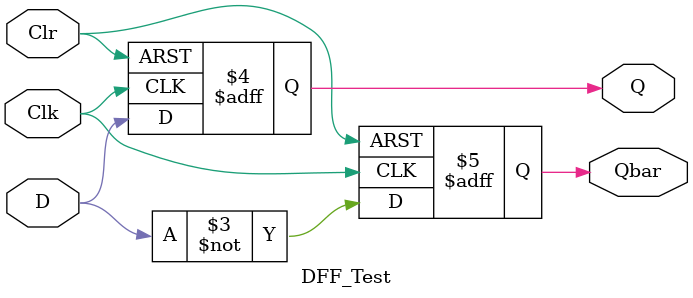
<source format=v>
`timescale 1ns / 1ps


module DFF_Test(
    input Clk,
    input Clr,
    input D,
    output reg Q,
    output reg Qbar
    );

always @ (posedge Clk, negedge  Clr)
if (Clr==0) begin
Q<=0;
Qbar<=1;
end
else begin
Q<=D;
Qbar=~D;
end

endmodule

</source>
